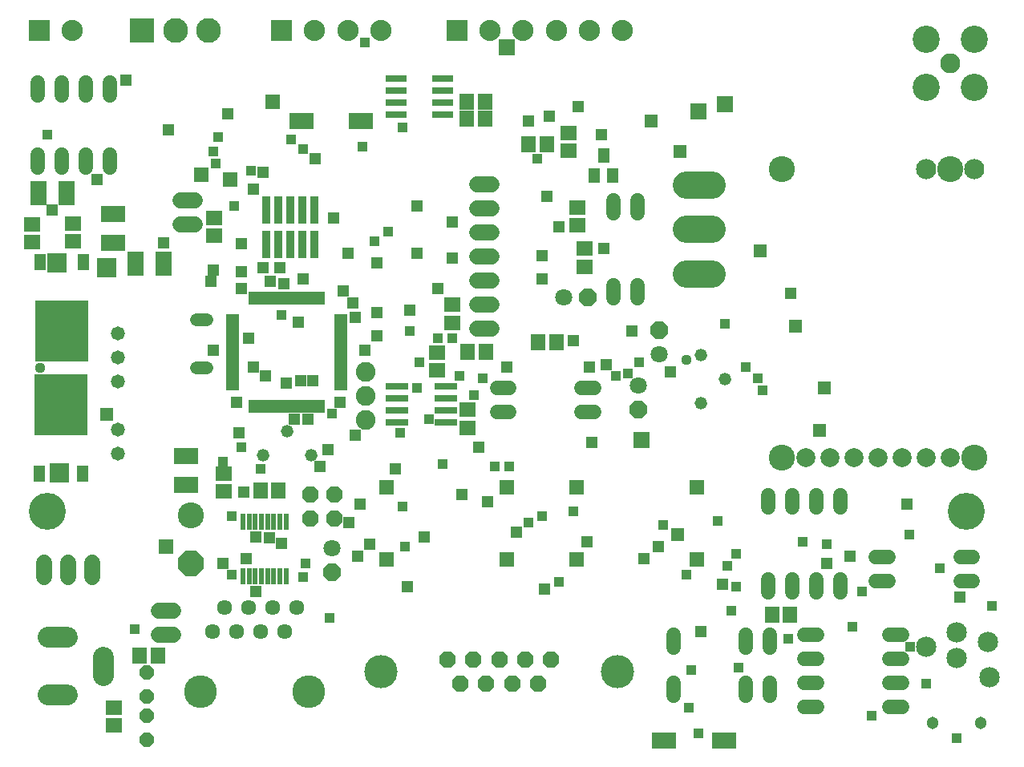
<source format=gts>
G75*
%MOIN*%
%OFA0B0*%
%FSLAX25Y25*%
%IPPOS*%
%LPD*%
%AMOC8*
5,1,8,0,0,1.08239X$1,22.5*
%
%ADD10C,0.15367*%
%ADD11R,0.06706X0.05918*%
%ADD12OC8,0.07100*%
%ADD13C,0.07100*%
%ADD14C,0.10800*%
%ADD15OC8,0.10800*%
%ADD16R,0.05918X0.06706*%
%ADD17R,0.07099X0.10249*%
%ADD18R,0.10249X0.07099*%
%ADD19R,0.10300X0.10300*%
%ADD20C,0.10300*%
%ADD21C,0.06800*%
%ADD22R,0.22060X0.25209*%
%ADD23R,0.04737X0.07099*%
%ADD24R,0.09461X0.03162*%
%ADD25C,0.06000*%
%ADD26C,0.05800*%
%ADD27C,0.08674*%
%ADD28OC8,0.06800*%
%ADD29C,0.13800*%
%ADD30R,0.08800X0.08800*%
%ADD31C,0.08800*%
%ADD32C,0.08200*%
%ADD33OC8,0.06000*%
%ADD34C,0.05200*%
%ADD35R,0.04737X0.06312*%
%ADD36C,0.05200*%
%ADD37R,0.09855X0.07099*%
%ADD38C,0.11450*%
%ADD39R,0.05950X0.05950*%
%ADD40C,0.03950*%
%ADD41C,0.08400*%
%ADD42C,0.07887*%
%ADD43R,0.05524X0.01981*%
%ADD44R,0.01981X0.05524*%
%ADD45R,0.02375X0.06706*%
%ADD46R,0.03792X0.11824*%
%ADD47C,0.08477*%
%ADD48C,0.05131*%
%ADD49C,0.06343*%
%ADD50C,0.13600*%
%ADD51C,0.08300*%
%ADD52C,0.11300*%
%ADD53R,0.08600X0.02900*%
%ADD54R,0.04762X0.04762*%
%ADD55R,0.04369X0.04369*%
%ADD56R,0.06706X0.06706*%
%ADD57R,0.08477X0.08477*%
%ADD58R,0.06115X0.06115*%
%ADD59R,0.05550X0.05550*%
%ADD60R,0.05156X0.05156*%
%ADD61C,0.04369*%
D10*
X0019220Y0138532D03*
X0401110Y0138532D03*
D11*
X0046740Y0049320D03*
X0046740Y0056800D03*
X0092370Y0146682D03*
X0092370Y0154162D03*
X0181189Y0197115D03*
X0181189Y0204595D03*
X0187488Y0216918D03*
X0187488Y0224398D03*
X0193787Y0180698D03*
X0193787Y0173217D03*
X0242606Y0240265D03*
X0242606Y0247745D03*
X0239654Y0257391D03*
X0239654Y0264871D03*
X0235756Y0288335D03*
X0235756Y0295816D03*
X0088433Y0260422D03*
X0088433Y0252942D03*
X0029732Y0250658D03*
X0029732Y0258139D03*
X0013000Y0257824D03*
X0013000Y0250343D03*
D12*
X0137488Y0112981D03*
X0264929Y0180698D03*
X0273512Y0213847D03*
X0243906Y0227509D03*
D13*
X0233906Y0227509D03*
X0273512Y0203847D03*
X0264929Y0190698D03*
X0137488Y0122981D03*
D14*
X0078709Y0136879D03*
X0324496Y0160855D03*
X0404496Y0160855D03*
X0394496Y0280855D03*
X0324496Y0280855D03*
D15*
X0078709Y0116879D03*
D16*
X0107764Y0147076D03*
X0115244Y0147076D03*
X0193984Y0204831D03*
X0201465Y0204831D03*
X0223315Y0208769D03*
X0230795Y0208769D03*
X0226701Y0291091D03*
X0219220Y0291091D03*
X0201110Y0301918D03*
X0201110Y0308808D03*
X0193630Y0308808D03*
X0193630Y0301918D03*
X0320362Y0095580D03*
X0327843Y0095580D03*
X0065047Y0078532D03*
X0057567Y0078532D03*
D17*
X0055835Y0241328D03*
X0067646Y0241328D03*
X0027331Y0270855D03*
X0015520Y0270855D03*
D18*
X0046346Y0262076D03*
X0046346Y0250265D03*
X0076740Y0161288D03*
X0076740Y0149477D03*
D19*
X0058669Y0338493D03*
D20*
X0072449Y0338493D03*
X0086228Y0338493D03*
D21*
X0080646Y0267745D02*
X0074646Y0267745D01*
X0074646Y0257745D02*
X0080646Y0257745D01*
X0197953Y0254438D02*
X0203953Y0254438D01*
X0203953Y0264438D02*
X0197953Y0264438D01*
X0197953Y0274438D02*
X0203953Y0274438D01*
X0203953Y0244438D02*
X0197953Y0244438D01*
X0197953Y0234438D02*
X0203953Y0234438D01*
X0203953Y0224438D02*
X0197953Y0224438D01*
X0197953Y0214438D02*
X0203953Y0214438D01*
X0071433Y0097272D02*
X0065433Y0097272D01*
X0065433Y0087272D02*
X0071433Y0087272D01*
X0037803Y0111005D02*
X0037803Y0117005D01*
X0027803Y0117005D02*
X0027803Y0111005D01*
X0017803Y0111005D02*
X0017803Y0117005D01*
D22*
X0024811Y0182745D03*
X0025165Y0213414D03*
D23*
X0016189Y0242154D03*
X0034142Y0242154D03*
X0033787Y0154005D03*
X0015835Y0154005D03*
D24*
X0164457Y0175402D03*
X0164457Y0180402D03*
X0164457Y0185402D03*
X0164457Y0190402D03*
X0184929Y0190402D03*
X0184929Y0185402D03*
X0184929Y0180402D03*
X0184929Y0175402D03*
D25*
X0206028Y0179792D02*
X0211228Y0179792D01*
X0211228Y0189792D02*
X0206028Y0189792D01*
X0241228Y0189792D02*
X0246428Y0189792D01*
X0246428Y0179792D02*
X0241228Y0179792D01*
X0254654Y0227269D02*
X0254654Y0232469D01*
X0264654Y0232469D02*
X0264654Y0227269D01*
X0264654Y0262469D02*
X0264654Y0267669D01*
X0254654Y0267669D02*
X0254654Y0262469D01*
X0318984Y0145268D02*
X0318984Y0140068D01*
X0328984Y0140068D02*
X0328984Y0145268D01*
X0338984Y0145268D02*
X0338984Y0140068D01*
X0348984Y0140068D02*
X0348984Y0145268D01*
X0363509Y0119556D02*
X0368709Y0119556D01*
X0368709Y0109556D02*
X0363509Y0109556D01*
X0348984Y0110068D02*
X0348984Y0104868D01*
X0338984Y0104868D02*
X0338984Y0110068D01*
X0328984Y0110068D02*
X0328984Y0104868D01*
X0318984Y0104868D02*
X0318984Y0110068D01*
X0319575Y0087038D02*
X0319575Y0081838D01*
X0309575Y0081838D02*
X0309575Y0087038D01*
X0309575Y0067038D02*
X0309575Y0061838D01*
X0319575Y0061838D02*
X0319575Y0067038D01*
X0333942Y0067154D02*
X0339142Y0067154D01*
X0339142Y0077154D02*
X0333942Y0077154D01*
X0333942Y0087154D02*
X0339142Y0087154D01*
X0369142Y0087154D02*
X0374342Y0087154D01*
X0374342Y0077154D02*
X0369142Y0077154D01*
X0369142Y0067154D02*
X0374342Y0067154D01*
X0374342Y0057154D02*
X0369142Y0057154D01*
X0339142Y0057154D02*
X0333942Y0057154D01*
X0279575Y0061838D02*
X0279575Y0067038D01*
X0279575Y0081838D02*
X0279575Y0087038D01*
X0398709Y0109556D02*
X0403909Y0109556D01*
X0403909Y0119556D02*
X0398709Y0119556D01*
X0045126Y0281523D02*
X0045126Y0286723D01*
X0035126Y0286723D02*
X0035126Y0281523D01*
X0025126Y0281523D02*
X0025126Y0286723D01*
X0015126Y0286723D02*
X0015126Y0281523D01*
X0015126Y0311523D02*
X0015126Y0316723D01*
X0025126Y0316723D02*
X0025126Y0311523D01*
X0035126Y0311523D02*
X0035126Y0316723D01*
X0045126Y0316723D02*
X0045126Y0311523D01*
D26*
X0048370Y0212414D03*
X0048370Y0202414D03*
X0048370Y0192414D03*
X0048370Y0172414D03*
X0048370Y0162414D03*
D27*
X0027488Y0086170D02*
X0019614Y0086170D01*
X0042449Y0077902D02*
X0042449Y0070028D01*
X0027488Y0062154D02*
X0019614Y0062154D01*
D28*
X0128394Y0135501D03*
X0138394Y0135501D03*
X0138394Y0145501D03*
X0128394Y0145501D03*
X0185416Y0076800D03*
X0196216Y0076800D03*
X0207016Y0076800D03*
X0217816Y0076800D03*
X0228616Y0076800D03*
X0223216Y0066800D03*
X0212416Y0066800D03*
X0201616Y0066800D03*
X0190816Y0066800D03*
D29*
X0157716Y0071800D03*
X0256316Y0071800D03*
D30*
X0189417Y0338493D03*
X0116543Y0338493D03*
X0015795Y0338493D03*
D31*
X0029575Y0338493D03*
X0130323Y0338493D03*
X0144102Y0338493D03*
X0157882Y0338493D03*
X0203197Y0338493D03*
X0216976Y0338493D03*
X0230756Y0338493D03*
X0244535Y0338493D03*
X0258315Y0338493D03*
D32*
X0151504Y0196328D03*
X0151504Y0186328D03*
X0151504Y0176328D03*
D33*
X0060559Y0071485D03*
X0060559Y0061485D03*
X0060559Y0053375D03*
X0060559Y0043375D03*
D34*
X0081154Y0197942D02*
X0085554Y0197942D01*
X0085554Y0217942D02*
X0081154Y0217942D01*
D35*
X0246661Y0277942D03*
X0254142Y0277942D03*
X0250402Y0286603D03*
D36*
X0290992Y0203493D03*
X0300992Y0193493D03*
X0290992Y0183493D03*
X0128748Y0161800D03*
X0118748Y0171800D03*
X0108748Y0161800D03*
D37*
X0275559Y0043257D03*
X0300362Y0043257D03*
X0149575Y0300737D03*
X0124772Y0300737D03*
D38*
X0284762Y0274158D02*
X0295412Y0274158D01*
X0295412Y0255658D02*
X0284762Y0255658D01*
X0284762Y0237158D02*
X0295412Y0237158D01*
D39*
X0289220Y0148454D03*
X0289220Y0118454D03*
X0239220Y0118454D03*
X0210283Y0118454D03*
X0210283Y0148454D03*
X0239220Y0148454D03*
X0160283Y0148454D03*
X0160283Y0118454D03*
D40*
X0160283Y0118454D03*
X0160283Y0148454D03*
X0210283Y0148454D03*
X0239220Y0148454D03*
X0239220Y0118454D03*
X0210283Y0118454D03*
X0289220Y0118454D03*
X0289220Y0148454D03*
D41*
X0384496Y0280855D03*
X0404496Y0280855D03*
D42*
X0394496Y0160855D03*
X0384496Y0160855D03*
X0374496Y0160855D03*
X0364496Y0160855D03*
X0354496Y0160855D03*
X0344496Y0160855D03*
X0334496Y0160855D03*
D43*
X0141189Y0189910D03*
X0141189Y0191879D03*
X0141189Y0193847D03*
X0141189Y0195816D03*
X0141189Y0197784D03*
X0141189Y0199753D03*
X0141189Y0201721D03*
X0141189Y0203690D03*
X0141189Y0205658D03*
X0141189Y0207627D03*
X0141189Y0209595D03*
X0141189Y0211564D03*
X0141189Y0213532D03*
X0141189Y0215501D03*
X0141189Y0217469D03*
X0141189Y0219438D03*
X0096307Y0219438D03*
X0096307Y0217469D03*
X0096307Y0215501D03*
X0096307Y0213532D03*
X0096307Y0211564D03*
X0096307Y0209595D03*
X0096307Y0207627D03*
X0096307Y0205658D03*
X0096307Y0203690D03*
X0096307Y0201721D03*
X0096307Y0199753D03*
X0096307Y0197784D03*
X0096307Y0195816D03*
X0096307Y0193847D03*
X0096307Y0191879D03*
X0096307Y0189910D03*
D44*
X0103984Y0182233D03*
X0105953Y0182233D03*
X0107921Y0182233D03*
X0109890Y0182233D03*
X0111858Y0182233D03*
X0113827Y0182233D03*
X0115795Y0182233D03*
X0117764Y0182233D03*
X0119732Y0182233D03*
X0121701Y0182233D03*
X0123669Y0182233D03*
X0125638Y0182233D03*
X0127606Y0182233D03*
X0129575Y0182233D03*
X0131543Y0182233D03*
X0133512Y0182233D03*
X0133512Y0227115D03*
X0131543Y0227115D03*
X0129575Y0227115D03*
X0127606Y0227115D03*
X0125638Y0227115D03*
X0123669Y0227115D03*
X0121701Y0227115D03*
X0119732Y0227115D03*
X0117764Y0227115D03*
X0115795Y0227115D03*
X0113827Y0227115D03*
X0111858Y0227115D03*
X0109890Y0227115D03*
X0107921Y0227115D03*
X0105953Y0227115D03*
X0103984Y0227115D03*
D45*
X0103098Y0134162D03*
X0100539Y0134162D03*
X0105657Y0134162D03*
X0108217Y0134162D03*
X0110776Y0134162D03*
X0113335Y0134162D03*
X0115894Y0134162D03*
X0118453Y0134162D03*
X0118453Y0111328D03*
X0115894Y0111328D03*
X0113335Y0111328D03*
X0110776Y0111328D03*
X0108217Y0111328D03*
X0105657Y0111328D03*
X0103098Y0111328D03*
X0100539Y0111328D03*
D46*
X0110323Y0249320D03*
X0115323Y0249320D03*
X0120323Y0249320D03*
X0125323Y0249320D03*
X0130323Y0249320D03*
X0130323Y0263887D03*
X0125323Y0263887D03*
X0120323Y0263887D03*
X0115323Y0263887D03*
X0110323Y0263887D03*
D47*
X0384575Y0082036D03*
X0397173Y0077312D03*
X0397173Y0087942D03*
X0410165Y0084005D03*
X0410953Y0069438D03*
D48*
X0407016Y0050540D03*
X0387331Y0050540D03*
D49*
X0122941Y0098335D03*
X0112941Y0098335D03*
X0102941Y0098335D03*
X0107941Y0088335D03*
X0117941Y0088335D03*
X0097941Y0088335D03*
X0092941Y0098335D03*
X0087941Y0088335D03*
D50*
X0082941Y0063335D03*
X0127941Y0063335D03*
D51*
X0394575Y0324792D03*
D52*
X0384536Y0314753D03*
X0404614Y0314753D03*
X0404614Y0334831D03*
X0384536Y0334831D03*
D53*
X0183448Y0318276D03*
X0183448Y0313276D03*
X0183448Y0308276D03*
X0183448Y0303276D03*
X0164048Y0303276D03*
X0164048Y0308276D03*
X0164048Y0313276D03*
X0164048Y0318276D03*
D54*
X0130441Y0285186D03*
X0108787Y0279280D03*
X0104850Y0272391D03*
X0099929Y0249753D03*
X0099929Y0237942D03*
X0099929Y0231052D03*
X0108787Y0239910D03*
X0111740Y0234005D03*
X0117646Y0233020D03*
X0115677Y0239910D03*
X0125520Y0234989D03*
X0142252Y0230068D03*
X0146189Y0225146D03*
X0147173Y0219241D03*
X0156031Y0221209D03*
X0156031Y0211367D03*
X0151110Y0205461D03*
X0169811Y0222194D03*
X0181622Y0231052D03*
X0187528Y0243847D03*
X0187528Y0258611D03*
X0172764Y0265501D03*
X0172764Y0245816D03*
X0156031Y0241879D03*
X0144220Y0245816D03*
X0138315Y0260580D03*
X0123551Y0217272D03*
X0102882Y0210383D03*
X0104850Y0198572D03*
X0109772Y0194635D03*
X0118630Y0191682D03*
X0124535Y0192666D03*
X0129457Y0192666D03*
X0140874Y0183808D03*
X0127488Y0176918D03*
X0121976Y0176721D03*
X0135756Y0164123D03*
X0132409Y0157233D03*
X0147173Y0170028D03*
X0163906Y0156249D03*
X0149142Y0141485D03*
X0144417Y0133808D03*
X0153079Y0124753D03*
X0148157Y0119831D03*
X0168827Y0107036D03*
X0175717Y0127706D03*
X0191465Y0145422D03*
X0202291Y0142469D03*
X0214102Y0129674D03*
X0225913Y0106052D03*
X0243630Y0125737D03*
X0267252Y0118847D03*
X0273157Y0123769D03*
X0299732Y0108020D03*
X0290874Y0088335D03*
X0343039Y0116879D03*
X0352882Y0119831D03*
X0376504Y0141485D03*
X0278079Y0196603D03*
X0262331Y0213335D03*
X0251504Y0199556D03*
X0244614Y0198572D03*
X0237724Y0209398D03*
X0210165Y0198572D03*
X0245598Y0167076D03*
X0198354Y0165107D03*
X0116465Y0125146D03*
X0111346Y0127509D03*
X0105835Y0127706D03*
X0101898Y0118847D03*
X0092055Y0116879D03*
X0105835Y0105068D03*
X0100913Y0146406D03*
X0098945Y0171013D03*
X0097961Y0183808D03*
X0088118Y0205461D03*
X0087134Y0234005D03*
X0088118Y0238926D03*
X0067646Y0249950D03*
X0039890Y0276328D03*
X0021189Y0263729D03*
X0069417Y0296997D03*
X0051701Y0317666D03*
X0094024Y0303887D03*
X0219024Y0300934D03*
X0227882Y0302902D03*
X0239693Y0306839D03*
X0249535Y0295028D03*
X0226898Y0269438D03*
X0231819Y0256643D03*
X0224929Y0244831D03*
X0224929Y0234989D03*
X0250520Y0247784D03*
X0328276Y0229083D03*
D55*
X0300717Y0216288D03*
X0309575Y0198572D03*
X0314496Y0193650D03*
X0316465Y0188729D03*
X0265283Y0200540D03*
X0260362Y0195619D03*
X0255441Y0194635D03*
X0211150Y0157233D03*
X0205244Y0157233D03*
X0183591Y0158217D03*
X0165874Y0171013D03*
X0177685Y0176918D03*
X0172764Y0189713D03*
X0173748Y0200540D03*
X0181622Y0210383D03*
X0187528Y0210383D03*
X0190480Y0194635D03*
X0196386Y0186761D03*
X0200323Y0193650D03*
X0169811Y0213335D03*
X0155047Y0250737D03*
X0160953Y0254674D03*
X0125520Y0289123D03*
X0120598Y0293060D03*
X0103866Y0280265D03*
X0089102Y0283217D03*
X0088118Y0288139D03*
X0090087Y0294044D03*
X0096976Y0265501D03*
X0116661Y0220225D03*
X0137528Y0179083D03*
X0107803Y0156249D03*
X0099929Y0165107D03*
X0092055Y0159202D03*
X0095992Y0136564D03*
X0095992Y0111957D03*
X0125520Y0110973D03*
X0126504Y0116879D03*
X0136346Y0094241D03*
X0167843Y0123769D03*
X0166858Y0140501D03*
X0219024Y0133611D03*
X0224929Y0136564D03*
X0237724Y0138532D03*
X0231819Y0109005D03*
X0275126Y0132627D03*
X0297764Y0134595D03*
X0305638Y0120816D03*
X0301701Y0115894D03*
X0305638Y0107036D03*
X0303669Y0097194D03*
X0284969Y0111957D03*
X0327291Y0085383D03*
X0306622Y0073572D03*
X0286937Y0072587D03*
X0285953Y0056839D03*
X0289890Y0046013D03*
X0353866Y0090304D03*
X0357803Y0105068D03*
X0343039Y0124753D03*
X0333197Y0125737D03*
X0377488Y0128690D03*
X0390283Y0114910D03*
X0411937Y0099162D03*
X0377882Y0082233D03*
X0384378Y0066682D03*
X0361740Y0053493D03*
X0397173Y0044044D03*
X0222961Y0285186D03*
X0166858Y0297981D03*
X0150126Y0290107D03*
X0151110Y0333414D03*
X0019220Y0295028D03*
X0055638Y0089320D03*
D56*
X0266268Y0168060D03*
X0289890Y0304871D03*
X0300717Y0307824D03*
X0210165Y0331446D03*
D57*
X0043827Y0239910D03*
X0023157Y0241879D03*
X0024142Y0154280D03*
D58*
X0068433Y0123769D03*
X0095008Y0276328D03*
X0083197Y0278296D03*
X0112724Y0308808D03*
D59*
X0043827Y0178887D03*
X0270205Y0300934D03*
X0282016Y0288139D03*
X0315480Y0246800D03*
X0330244Y0215304D03*
X0342055Y0189713D03*
X0340087Y0171997D03*
X0281031Y0128690D03*
D60*
X0398551Y0102706D03*
D61*
X0284969Y0201524D03*
X0016268Y0198178D03*
M02*

</source>
